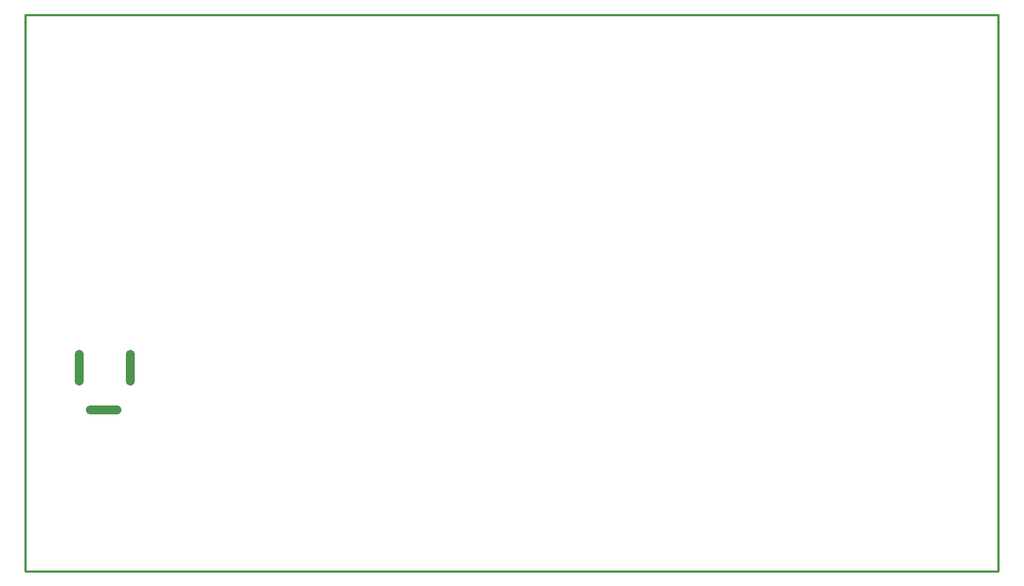
<source format=gko>
%FSAX24Y24*%
%MOIN*%
G70*
G01*
G75*
G04 Layer_Color=16711935*
%ADD10C,0.0100*%
%ADD11R,0.1378X0.0748*%
%ADD12R,0.1732X0.0866*%
%ADD13O,0.0276X0.0984*%
%ADD14R,0.0118X0.0591*%
%ADD15R,0.0591X0.0118*%
%ADD16C,0.0394*%
%ADD17R,0.0472X0.0532*%
%ADD18R,0.0532X0.0472*%
%ADD19R,0.1969X0.2756*%
%ADD20R,0.0551X0.0472*%
%ADD21R,0.0472X0.0551*%
%ADD22R,0.0787X0.0571*%
%ADD23R,0.0591X0.0315*%
%ADD24R,0.0177X0.0453*%
%ADD25C,0.0300*%
%ADD26C,0.0120*%
%ADD27C,0.0591*%
%ADD28C,0.0787*%
%ADD29C,0.0472*%
%ADD30C,0.0650*%
%ADD31C,0.0630*%
%ADD32R,0.0787X0.0787*%
%ADD33C,0.0600*%
%ADD34R,0.0728X0.0728*%
%ADD35C,0.0728*%
%ADD36C,0.1161*%
%ADD37C,0.1043*%
%ADD38C,0.0591*%
%ADD39R,0.0591X0.0591*%
%ADD40R,0.0650X0.0650*%
%ADD41C,0.0984*%
%ADD42R,0.0984X0.0984*%
%ADD43R,0.0591X0.0591*%
%ADD44C,0.1181*%
%ADD45R,0.0591X0.0591*%
%ADD46O,0.1890X0.0787*%
%ADD47O,0.0787X0.1890*%
%ADD48C,0.0240*%
%ADD49R,0.0906X0.0906*%
%ADD50R,0.1634X0.0374*%
%ADD51R,0.3701X0.3228*%
%ADD52O,0.0236X0.0906*%
%ADD53R,0.0374X0.0335*%
%ADD54O,0.0709X0.0177*%
%ADD55O,0.0866X0.0236*%
%ADD56C,0.0200*%
%ADD57C,0.0079*%
%ADD58C,0.0050*%
%ADD59C,0.0098*%
%ADD60C,0.0236*%
%ADD61C,0.0039*%
%ADD62C,0.0080*%
%ADD63C,0.0059*%
%ADD64R,0.1614X0.0748*%
%ADD65R,0.1458X0.0828*%
%ADD66R,0.1812X0.0946*%
%ADD67O,0.0356X0.1064*%
%ADD68R,0.0198X0.0671*%
%ADD69R,0.0671X0.0198*%
%ADD70C,0.0474*%
%ADD71R,0.0552X0.0612*%
%ADD72R,0.0612X0.0552*%
%ADD73R,0.2049X0.2836*%
%ADD74R,0.0631X0.0552*%
%ADD75R,0.0552X0.0631*%
%ADD76R,0.0867X0.0651*%
%ADD77R,0.0671X0.0395*%
%ADD78R,0.0257X0.0533*%
%ADD79C,0.0671*%
%ADD80C,0.0867*%
%ADD81C,0.0552*%
%ADD82C,0.0730*%
%ADD83C,0.0710*%
%ADD84R,0.0867X0.0867*%
%ADD85C,0.0680*%
%ADD86R,0.0808X0.0808*%
%ADD87C,0.0808*%
%ADD88C,0.1241*%
%ADD89C,0.1123*%
%ADD90C,0.0671*%
%ADD91R,0.0671X0.0671*%
%ADD92R,0.0730X0.0730*%
%ADD93C,0.1064*%
%ADD94R,0.1064X0.1064*%
%ADD95R,0.0671X0.0671*%
%ADD96C,0.1261*%
%ADD97R,0.0671X0.0671*%
%ADD98O,0.1970X0.0867*%
%ADD99O,0.0867X0.1970*%
%ADD100C,0.0320*%
%ADD101R,0.0986X0.0986*%
%ADD102R,0.1714X0.0454*%
%ADD103R,0.3781X0.3308*%
%ADD104O,0.0316X0.0986*%
%ADD105R,0.0454X0.0415*%
%ADD106O,0.0789X0.0257*%
%ADD107O,0.0946X0.0316*%
%ADD108C,0.0394*%
D10*
X020000Y013850D02*
Y038900D01*
X063800D01*
Y013850D02*
Y038900D01*
X020000Y013850D02*
X063800D01*
D108*
X022421Y022409D02*
Y023591D01*
X024704Y022409D02*
Y023591D01*
X022933Y021110D02*
X024114D01*
M02*

</source>
